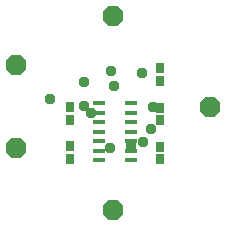
<source format=gbr>
G04 EAGLE Gerber RS-274X export*
G75*
%MOMM*%
%FSLAX34Y34*%
%LPD*%
%INSoldermask Top*%
%IPPOS*%
%AMOC8*
5,1,8,0,0,1.08239X$1,22.5*%
G01*
%ADD10R,0.753200X0.908800*%
%ADD11R,0.762000X0.914400*%
%ADD12R,1.016000X0.457200*%
%ADD13P,1.869504X8X22.500000*%
%ADD14C,0.959600*%


D10*
X139300Y93622D03*
X139300Y104178D03*
X139300Y60522D03*
X139300Y71078D03*
D11*
X63100Y71661D03*
X63100Y60739D03*
X63100Y93839D03*
X63100Y104761D03*
X139300Y137461D03*
X139300Y126539D03*
D12*
X87738Y107900D03*
X87738Y99900D03*
X87738Y91900D03*
X87738Y83900D03*
X87738Y75900D03*
X87738Y67900D03*
X87738Y59900D03*
X114662Y59900D03*
X114662Y67900D03*
X114662Y75900D03*
X114662Y83900D03*
X114662Y91900D03*
X114662Y99900D03*
X114662Y107900D03*
D13*
X182000Y105000D03*
X100000Y182000D03*
X18000Y140000D03*
X18000Y70000D03*
X100000Y18000D03*
D14*
X81188Y99404D03*
X100455Y122200D03*
X115038Y71900D03*
X98009Y135000D03*
X124209Y133791D03*
X134000Y105000D03*
X132000Y86322D03*
X46000Y112000D03*
X75000Y106068D03*
X75000Y125707D03*
X125000Y75000D03*
X97108Y70000D03*
M02*

</source>
